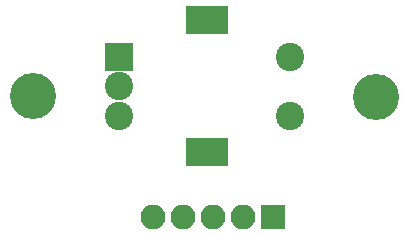
<source format=gbr>
G04 #@! TF.GenerationSoftware,KiCad,Pcbnew,(5.0.0-3-g5ebb6b6)*
G04 #@! TF.CreationDate,2019-05-02T12:54:23+02:00*
G04 #@! TF.ProjectId,Encoder assembly 2,456E636F64657220617373656D626C79,rev?*
G04 #@! TF.SameCoordinates,Original*
G04 #@! TF.FileFunction,Soldermask,Top*
G04 #@! TF.FilePolarity,Negative*
%FSLAX46Y46*%
G04 Gerber Fmt 4.6, Leading zero omitted, Abs format (unit mm)*
G04 Created by KiCad (PCBNEW (5.0.0-3-g5ebb6b6)) date Thursday, 02 May 2019 at 12:54:23*
%MOMM*%
%LPD*%
G01*
G04 APERTURE LIST*
%ADD10R,2.100000X2.100000*%
%ADD11O,2.100000X2.100000*%
%ADD12C,2.400000*%
%ADD13R,3.600000X2.400000*%
%ADD14R,2.400000X2.400000*%
%ADD15C,3.900000*%
G04 APERTURE END LIST*
D10*
G04 #@! TO.C,J1*
X132360000Y-93700000D03*
D11*
X129820000Y-93700000D03*
X127280000Y-93700000D03*
X124740000Y-93700000D03*
X122200000Y-93700000D03*
G04 #@! TD*
D12*
G04 #@! TO.C,SW1*
X133775001Y-85125001D03*
X133775001Y-80125001D03*
D13*
X126775001Y-88225001D03*
X126775001Y-77025001D03*
D12*
X119275001Y-85125001D03*
X119275001Y-82625001D03*
D14*
X119275001Y-80125001D03*
G04 #@! TD*
D15*
G04 #@! TO.C,REF\002A\002A*
X112000000Y-83450000D03*
G04 #@! TD*
G04 #@! TO.C,REF\002A\002A*
X141100000Y-83500000D03*
G04 #@! TD*
M02*

</source>
